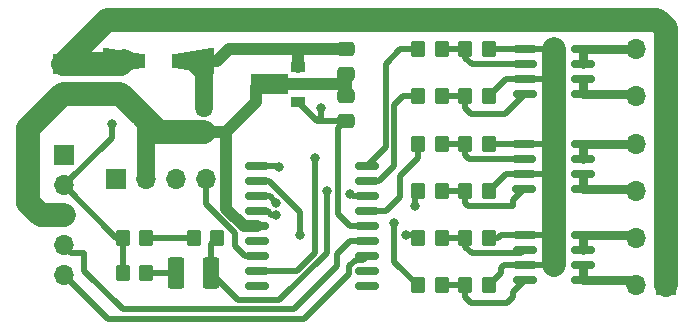
<source format=gbr>
%TF.GenerationSoftware,KiCad,Pcbnew,7.0.9*%
%TF.CreationDate,2023-12-22T17:01:32-08:00*%
%TF.ProjectId,Blinker5,426c696e-6b65-4723-952e-6b696361645f,n/c*%
%TF.SameCoordinates,Original*%
%TF.FileFunction,Copper,L1,Top*%
%TF.FilePolarity,Positive*%
%FSLAX46Y46*%
G04 Gerber Fmt 4.6, Leading zero omitted, Abs format (unit mm)*
G04 Created by KiCad (PCBNEW 7.0.9) date 2023-12-22 17:01:32*
%MOMM*%
%LPD*%
G01*
G04 APERTURE LIST*
G04 Aperture macros list*
%AMRoundRect*
0 Rectangle with rounded corners*
0 $1 Rounding radius*
0 $2 $3 $4 $5 $6 $7 $8 $9 X,Y pos of 4 corners*
0 Add a 4 corners polygon primitive as box body*
4,1,4,$2,$3,$4,$5,$6,$7,$8,$9,$2,$3,0*
0 Add four circle primitives for the rounded corners*
1,1,$1+$1,$2,$3*
1,1,$1+$1,$4,$5*
1,1,$1+$1,$6,$7*
1,1,$1+$1,$8,$9*
0 Add four rect primitives between the rounded corners*
20,1,$1+$1,$2,$3,$4,$5,0*
20,1,$1+$1,$4,$5,$6,$7,0*
20,1,$1+$1,$6,$7,$8,$9,0*
20,1,$1+$1,$8,$9,$2,$3,0*%
%AMOutline4P*
0 Free polygon, 4 corners , with rotation*
0 The origin of the aperture is its center*
0 number of corners: always 4*
0 $1 to $8 corner X, Y*
0 $9 Rotation angle, in degrees counterclockwise*
0 create outline with 4 corners*
4,1,4,$1,$2,$3,$4,$5,$6,$7,$8,$1,$2,$9*%
%AMFreePoly0*
4,1,9,3.862500,-0.866500,0.737500,-0.866500,0.737500,-0.450000,-0.737500,-0.450000,-0.737500,0.450000,0.737500,0.450000,0.737500,0.866500,3.862500,0.866500,3.862500,-0.866500,3.862500,-0.866500,$1*%
G04 Aperture macros list end*
%TA.AperFunction,SMDPad,CuDef*%
%ADD10R,1.300000X0.900000*%
%TD*%
%TA.AperFunction,SMDPad,CuDef*%
%ADD11FreePoly0,180.000000*%
%TD*%
%TA.AperFunction,SMDPad,CuDef*%
%ADD12RoundRect,0.150000X-0.875000X-0.150000X0.875000X-0.150000X0.875000X0.150000X-0.875000X0.150000X0*%
%TD*%
%TA.AperFunction,SMDPad,CuDef*%
%ADD13RoundRect,0.250000X-0.350000X-0.450000X0.350000X-0.450000X0.350000X0.450000X-0.350000X0.450000X0*%
%TD*%
%TA.AperFunction,SMDPad,CuDef*%
%ADD14RoundRect,0.150000X-0.825000X-0.150000X0.825000X-0.150000X0.825000X0.150000X-0.825000X0.150000X0*%
%TD*%
%TA.AperFunction,ComponentPad*%
%ADD15R,1.700000X1.700000*%
%TD*%
%TA.AperFunction,ComponentPad*%
%ADD16O,1.700000X1.700000*%
%TD*%
%TA.AperFunction,SMDPad,CuDef*%
%ADD17RoundRect,0.250001X0.462499X1.074999X-0.462499X1.074999X-0.462499X-1.074999X0.462499X-1.074999X0*%
%TD*%
%TA.AperFunction,SMDPad,CuDef*%
%ADD18Outline4P,-1.800000X-1.150000X1.800000X-0.550000X1.800000X0.550000X-1.800000X1.150000X180.000000*%
%TD*%
%TA.AperFunction,SMDPad,CuDef*%
%ADD19Outline4P,-1.800000X-1.150000X1.800000X-0.550000X1.800000X0.550000X-1.800000X1.150000X0.000000*%
%TD*%
%TA.AperFunction,SMDPad,CuDef*%
%ADD20RoundRect,0.250000X0.475000X-0.337500X0.475000X0.337500X-0.475000X0.337500X-0.475000X-0.337500X0*%
%TD*%
%TA.AperFunction,ComponentPad*%
%ADD21R,1.200000X1.200000*%
%TD*%
%TA.AperFunction,ComponentPad*%
%ADD22C,1.200000*%
%TD*%
%TA.AperFunction,SMDPad,CuDef*%
%ADD23RoundRect,0.250000X-0.475000X0.337500X-0.475000X-0.337500X0.475000X-0.337500X0.475000X0.337500X0*%
%TD*%
%TA.AperFunction,ViaPad*%
%ADD24C,0.800000*%
%TD*%
%TA.AperFunction,Conductor*%
%ADD25C,0.500000*%
%TD*%
%TA.AperFunction,Conductor*%
%ADD26C,2.000000*%
%TD*%
%TA.AperFunction,Conductor*%
%ADD27C,1.000000*%
%TD*%
%TA.AperFunction,Conductor*%
%ADD28C,1.500000*%
%TD*%
%TA.AperFunction,Conductor*%
%ADD29C,0.750000*%
%TD*%
G04 APERTURE END LIST*
D10*
%TO.P,U2,1,OUT*%
%TO.N,+5V*%
X128850000Y-66500000D03*
D11*
%TO.P,U2,2,GND*%
%TO.N,GND*%
X128762500Y-65000000D03*
D10*
%TO.P,U2,3,IN*%
%TO.N,Net-(D1-K)*%
X128850000Y-63500000D03*
%TD*%
D12*
%TO.P,U1,1,Vref/AN2/RA2*%
%TO.N,Net-(U1-Vref{slash}AN2{slash}RA2)*%
X125350000Y-71920000D03*
%TO.P,U1,2,CMP1/AN3/RA3*%
%TO.N,Net-(U1-CMP1{slash}AN3{slash}RA3)*%
X125350000Y-73190000D03*
%TO.P,U1,3,TOCKI/CMP2/RA4*%
%TO.N,Net-(U1-TOCKI{slash}CMP2{slash}RA4)*%
X125350000Y-74460000D03*
%TO.P,U1,4,~{MCLR}/Vpp/RA5*%
%TO.N,VPP*%
X125350000Y-75730000D03*
%TO.P,U1,5,VSS*%
%TO.N,GND*%
X125350000Y-77000000D03*
%TO.P,U1,6,RB0/INT*%
%TO.N,unconnected-(U1-RB0{slash}INT-Pad6)*%
X125350000Y-78270000D03*
%TO.P,U1,7,RB1/RX/DT*%
%TO.N,RX*%
X125350000Y-79540000D03*
%TO.P,U1,8,RB2/TX/CK*%
%TO.N,TX*%
X125350000Y-80810000D03*
%TO.P,U1,9,RB3/CCP1*%
%TO.N,unconnected-(U1-RB3{slash}CCP1-Pad9)*%
X125350000Y-82080000D03*
%TO.P,U1,10,RB4/PGM*%
%TO.N,unconnected-(U1-RB4{slash}PGM-Pad10)*%
X134650000Y-82080000D03*
%TO.P,U1,11,RB5*%
%TO.N,unconnected-(U1-RB5-Pad11)*%
X134650000Y-80810000D03*
%TO.P,U1,12,RB6/T1OSC0/T1CKI/PGC*%
%TO.N,PGC*%
X134650000Y-79540000D03*
%TO.P,U1,13,RB7/T1OSI/PGD*%
%TO.N,PGD*%
X134650000Y-78270000D03*
%TO.P,U1,14,VDD*%
%TO.N,+5V*%
X134650000Y-77000000D03*
%TO.P,U1,15,CLKOUT/OSC2/RA6*%
%TO.N,Net-(U1-CLKOUT{slash}OSC2{slash}RA6)*%
X134650000Y-75730000D03*
%TO.P,U1,16,CLKIN/OSC1/RA7*%
%TO.N,Net-(D2-K)*%
X134650000Y-74460000D03*
%TO.P,U1,17,AN0/RA0*%
%TO.N,Net-(U1-AN0{slash}RA0)*%
X134650000Y-73190000D03*
%TO.P,U1,18,AN1/RA1*%
%TO.N,Net-(U1-AN1{slash}RA1)*%
X134650000Y-71920000D03*
%TD*%
D13*
%TO.P,R15,1*%
%TO.N,+5V*%
X114000000Y-81000000D03*
%TO.P,R15,2*%
%TO.N,Net-(D2-A)*%
X116000000Y-81000000D03*
%TD*%
%TO.P,R14,1*%
%TO.N,+5V*%
X114000000Y-78000000D03*
%TO.P,R14,2*%
%TO.N,Net-(R1-Pad1)*%
X116000000Y-78000000D03*
%TD*%
%TO.P,R13,1*%
%TO.N,Net-(U1-TOCKI{slash}CMP2{slash}RA4)*%
X139000000Y-82000000D03*
%TO.P,R13,2*%
%TO.N,Net-(Q3B-G)*%
X141000000Y-82000000D03*
%TD*%
%TO.P,R12,1*%
%TO.N,Net-(U1-CMP1{slash}AN3{slash}RA3)*%
X139000000Y-78000000D03*
%TO.P,R12,2*%
%TO.N,Net-(Q3A-G)*%
X141000000Y-78000000D03*
%TD*%
%TO.P,R11,1*%
%TO.N,Net-(U1-Vref{slash}AN2{slash}RA2)*%
X139000000Y-74000000D03*
%TO.P,R11,2*%
%TO.N,Net-(Q2B-G)*%
X141000000Y-74000000D03*
%TD*%
%TO.P,R10,1*%
%TO.N,Net-(U1-CLKOUT{slash}OSC2{slash}RA6)*%
X139000000Y-70000000D03*
%TO.P,R10,2*%
%TO.N,Net-(Q2A-G)*%
X141000000Y-70000000D03*
%TD*%
%TO.P,R9,1*%
%TO.N,Net-(U1-AN0{slash}RA0)*%
X139000000Y-66000000D03*
%TO.P,R9,2*%
%TO.N,Net-(Q1B-G)*%
X141000000Y-66000000D03*
%TD*%
%TO.P,R8,1*%
%TO.N,Net-(U1-AN1{slash}RA1)*%
X139000000Y-62000000D03*
%TO.P,R8,2*%
%TO.N,Net-(Q1A-G)*%
X141000000Y-62000000D03*
%TD*%
%TO.P,R7,1*%
%TO.N,Net-(Q3B-G)*%
X143000000Y-82000000D03*
%TO.P,R7,2*%
%TO.N,GND*%
X145000000Y-82000000D03*
%TD*%
%TO.P,R6,1*%
%TO.N,Net-(Q3A-G)*%
X143000000Y-78000000D03*
%TO.P,R6,2*%
%TO.N,GND*%
X145000000Y-78000000D03*
%TD*%
%TO.P,R5,1*%
%TO.N,Net-(Q2B-G)*%
X143000000Y-74000000D03*
%TO.P,R5,2*%
%TO.N,GND*%
X145000000Y-74000000D03*
%TD*%
%TO.P,R4,1*%
%TO.N,Net-(Q2A-G)*%
X143000000Y-70000000D03*
%TO.P,R4,2*%
%TO.N,GND*%
X145000000Y-70000000D03*
%TD*%
%TO.P,R3,1*%
%TO.N,Net-(Q1B-G)*%
X143000000Y-66000000D03*
%TO.P,R3,2*%
%TO.N,GND*%
X145000000Y-66000000D03*
%TD*%
%TO.P,R2,1*%
%TO.N,Net-(Q1A-G)*%
X143000000Y-62000000D03*
%TO.P,R2,2*%
%TO.N,GND*%
X145000000Y-62000000D03*
%TD*%
%TO.P,R1,1*%
%TO.N,Net-(R1-Pad1)*%
X120000000Y-78000000D03*
%TO.P,R1,2*%
%TO.N,Net-(D2-K)*%
X122000000Y-78000000D03*
%TD*%
D14*
%TO.P,Q3,1,S*%
%TO.N,GND*%
X148050000Y-77730000D03*
%TO.P,Q3,2,G*%
%TO.N,Net-(Q3A-G)*%
X148050000Y-79000000D03*
%TO.P,Q3,3,1*%
%TO.N,GND*%
X148050000Y-80270000D03*
%TO.P,Q3,4,G*%
%TO.N,Net-(Q3B-G)*%
X148050000Y-81540000D03*
%TO.P,Q3,5,D*%
%TO.N,Net-(J7-Pin_2)*%
X153000000Y-81540000D03*
%TO.P,Q3,6,D*%
X153000000Y-80270000D03*
%TO.P,Q3,7,D*%
%TO.N,Net-(J6-Pin_2)*%
X153000000Y-79000000D03*
%TO.P,Q3,8,D*%
X153000000Y-77730000D03*
%TD*%
%TO.P,Q2,1,S*%
%TO.N,GND*%
X148000000Y-70000000D03*
%TO.P,Q2,2,G*%
%TO.N,Net-(Q2A-G)*%
X148000000Y-71270000D03*
%TO.P,Q2,3,1*%
%TO.N,GND*%
X148000000Y-72540000D03*
%TO.P,Q2,4,G*%
%TO.N,Net-(Q2B-G)*%
X148000000Y-73810000D03*
%TO.P,Q2,5,D*%
%TO.N,Net-(J5-Pin_2)*%
X152950000Y-73810000D03*
%TO.P,Q2,6,D*%
X152950000Y-72540000D03*
%TO.P,Q2,7,D*%
%TO.N,Net-(J4-Pin_2)*%
X152950000Y-71270000D03*
%TO.P,Q2,8,D*%
X152950000Y-70000000D03*
%TD*%
%TO.P,Q1,1,S*%
%TO.N,GND*%
X148050000Y-62000000D03*
%TO.P,Q1,2,G*%
%TO.N,Net-(Q1A-G)*%
X148050000Y-63270000D03*
%TO.P,Q1,3,1*%
%TO.N,GND*%
X148050000Y-64540000D03*
%TO.P,Q1,4,G*%
%TO.N,Net-(Q1B-G)*%
X148050000Y-65810000D03*
%TO.P,Q1,5,D*%
%TO.N,Net-(J3-Pin_2)*%
X153000000Y-65810000D03*
%TO.P,Q1,6,D*%
X153000000Y-64540000D03*
%TO.P,Q1,7,D*%
%TO.N,Net-(J2-Pin_2)*%
X153000000Y-63270000D03*
%TO.P,Q1,8,D*%
X153000000Y-62000000D03*
%TD*%
D15*
%TO.P,J9,1,Pin_1*%
%TO.N,+12V*%
X113380000Y-73000000D03*
D16*
%TO.P,J9,2,Pin_2*%
%TO.N,GND*%
X115920000Y-73000000D03*
%TO.P,J9,3,Pin_3*%
%TO.N,TX*%
X118460000Y-73000000D03*
%TO.P,J9,4,Pin_4*%
%TO.N,RX*%
X121000000Y-73000000D03*
%TD*%
D15*
%TO.P,J8,1,Pin_1*%
%TO.N,VPP*%
X109000000Y-71000000D03*
D16*
%TO.P,J8,2,Pin_2*%
%TO.N,+5V*%
X109000000Y-73540000D03*
%TO.P,J8,3,Pin_3*%
%TO.N,GND*%
X109000000Y-76080000D03*
%TO.P,J8,4,Pin_4*%
%TO.N,PGD*%
X109000000Y-78620000D03*
%TO.P,J8,5,Pin_5*%
%TO.N,PGC*%
X109000000Y-81160000D03*
%TD*%
D15*
%TO.P,J7,1,Pin_1*%
%TO.N,+12V*%
X160000000Y-82000000D03*
D16*
%TO.P,J7,2,Pin_2*%
%TO.N,Net-(J7-Pin_2)*%
X157460000Y-82000000D03*
%TD*%
D15*
%TO.P,J6,1,Pin_1*%
%TO.N,+12V*%
X160000000Y-78000000D03*
D16*
%TO.P,J6,2,Pin_2*%
%TO.N,Net-(J6-Pin_2)*%
X157460000Y-78000000D03*
%TD*%
D15*
%TO.P,J5,1,Pin_1*%
%TO.N,+12V*%
X160000000Y-74000000D03*
D16*
%TO.P,J5,2,Pin_2*%
%TO.N,Net-(J5-Pin_2)*%
X157460000Y-74000000D03*
%TD*%
D15*
%TO.P,J4,1,Pin_1*%
%TO.N,+12V*%
X160000000Y-70000000D03*
D16*
%TO.P,J4,2,Pin_2*%
%TO.N,Net-(J4-Pin_2)*%
X157460000Y-70000000D03*
%TD*%
D15*
%TO.P,J3,1,Pin_1*%
%TO.N,+12V*%
X160000000Y-66000000D03*
D16*
%TO.P,J3,2,Pin_2*%
%TO.N,Net-(J3-Pin_2)*%
X157460000Y-66000000D03*
%TD*%
%TO.P,J2,2,Pin_2*%
%TO.N,Net-(J2-Pin_2)*%
X157460000Y-62000000D03*
D15*
%TO.P,J2,1,Pin_1*%
%TO.N,+12V*%
X160000000Y-62000000D03*
%TD*%
%TO.P,J1,1,Pin_1*%
%TO.N,+12V*%
X108900000Y-63225000D03*
D16*
%TO.P,J1,2,Pin_2*%
%TO.N,GND*%
X108900000Y-65765000D03*
%TD*%
D17*
%TO.P,D2,1,K*%
%TO.N,Net-(D2-K)*%
X121487500Y-81000000D03*
%TO.P,D2,2,A*%
%TO.N,Net-(D2-A)*%
X118512500Y-81000000D03*
%TD*%
D18*
%TO.P,D1,1,K*%
%TO.N,Net-(D1-K)*%
X119900000Y-63000000D03*
D19*
%TO.P,D1,2,A*%
%TO.N,+12V*%
X114100000Y-63000000D03*
%TD*%
D20*
%TO.P,C3,1*%
%TO.N,+5V*%
X132900000Y-68075000D03*
%TO.P,C3,2*%
%TO.N,GND*%
X132900000Y-66000000D03*
%TD*%
D21*
%TO.P,C2,1*%
%TO.N,Net-(D1-K)*%
X120900000Y-67000000D03*
D22*
%TO.P,C2,2*%
%TO.N,GND*%
X120900000Y-69000000D03*
%TD*%
D23*
%TO.P,C1,1*%
%TO.N,Net-(D1-K)*%
X132900000Y-62000000D03*
%TO.P,C1,2*%
%TO.N,GND*%
X132900000Y-64075000D03*
%TD*%
D24*
%TO.N,GND*%
X150500000Y-68750000D03*
%TO.N,+5V*%
X113041618Y-68311719D03*
X130750000Y-67000000D03*
%TO.N,Net-(D2-K)*%
X133250000Y-74250000D03*
X131250000Y-74000000D03*
%TO.N,VPP*%
X127000063Y-76007657D03*
%TO.N,TX*%
X130250000Y-71250000D03*
%TO.N,Net-(U1-TOCKI{slash}CMP2{slash}RA4)*%
X137000000Y-76750000D03*
X126991812Y-75008188D03*
%TO.N,Net-(U1-CMP1{slash}AN3{slash}RA3)*%
X138000000Y-77750000D03*
X129000000Y-77750000D03*
%TO.N,Net-(U1-Vref{slash}AN2{slash}RA2)*%
X138750000Y-75250000D03*
X127250000Y-72000000D03*
%TD*%
D25*
%TO.N,+5V*%
X130750000Y-67000000D02*
X130750000Y-67750000D01*
X130750000Y-67750000D02*
X130425000Y-68075000D01*
D26*
%TO.N,GND*%
X150500000Y-70000000D02*
X150500000Y-68750000D01*
X150500000Y-68750000D02*
X150500000Y-64500000D01*
X150500000Y-80250000D02*
X150500000Y-77750000D01*
X150500000Y-77750000D02*
X150500000Y-72500000D01*
D25*
X148050000Y-77730000D02*
X150480000Y-77730000D01*
X150480000Y-77730000D02*
X150500000Y-77750000D01*
D26*
X150500000Y-72500000D02*
X150500000Y-70000000D01*
D25*
X150460000Y-72540000D02*
X150500000Y-72500000D01*
X148000000Y-72540000D02*
X150460000Y-72540000D01*
X148000000Y-70000000D02*
X150500000Y-70000000D01*
D26*
X150500000Y-64500000D02*
X150500000Y-62000000D01*
D25*
X148050000Y-64540000D02*
X150460000Y-64540000D01*
X150460000Y-64540000D02*
X150500000Y-64500000D01*
X148050000Y-80270000D02*
X150480000Y-80270000D01*
X150480000Y-80270000D02*
X150500000Y-80250000D01*
X150500000Y-62000000D02*
X148050000Y-62000000D01*
%TO.N,RX*%
X121000000Y-75093503D02*
X121000000Y-73000000D01*
X123500000Y-77593503D02*
X121000000Y-75093503D01*
X123500000Y-78714999D02*
X123500000Y-77593503D01*
X125350000Y-79540000D02*
X124325001Y-79540000D01*
X124325001Y-79540000D02*
X123500000Y-78714999D01*
D27*
%TO.N,GND*%
X124250000Y-77000000D02*
X125350000Y-77000000D01*
X122750000Y-69000000D02*
X122750000Y-75500000D01*
X122750000Y-75500000D02*
X124250000Y-77000000D01*
D25*
%TO.N,+5V*%
X113041618Y-69498382D02*
X113041618Y-68311719D01*
X109000000Y-73540000D02*
X113041618Y-69498382D01*
D26*
%TO.N,GND*%
X113765000Y-65765000D02*
X115625000Y-67625000D01*
X115625000Y-67625000D02*
X117000000Y-69000000D01*
D28*
X115920000Y-73000000D02*
X115920000Y-67920000D01*
X115920000Y-67920000D02*
X115625000Y-67625000D01*
D25*
%TO.N,PGD*%
X109000000Y-78620000D02*
X109630000Y-79250000D01*
X109630000Y-79250000D02*
X110750000Y-79250000D01*
X110750000Y-80750000D02*
X114000000Y-84000000D01*
X114000000Y-84000000D02*
X128500000Y-84000000D01*
X110750000Y-79250000D02*
X110750000Y-80750000D01*
X132125000Y-79375000D02*
X133230000Y-78270000D01*
X128500000Y-84000000D02*
X132125000Y-80375000D01*
X132125000Y-80375000D02*
X132125000Y-79375000D01*
X133230000Y-78270000D02*
X134650000Y-78270000D01*
D26*
%TO.N,+12V*%
X160000000Y-63750000D02*
X160000000Y-62000000D01*
X160000000Y-63750000D02*
X160000000Y-60250000D01*
X160000000Y-66000000D02*
X160000000Y-63750000D01*
X159250000Y-59500000D02*
X112625000Y-59500000D01*
X112625000Y-59500000D02*
X108900000Y-63225000D01*
X160000000Y-60250000D02*
X159250000Y-59500000D01*
X160000000Y-70000000D02*
X160000000Y-66000000D01*
X160000000Y-74000000D02*
X160000000Y-70000000D01*
X160000000Y-78000000D02*
X160000000Y-74000000D01*
X160000000Y-82000000D02*
X160000000Y-78000000D01*
D27*
%TO.N,GND*%
X128762500Y-65000000D02*
X125500000Y-65000000D01*
X125500000Y-65000000D02*
X125250000Y-65250000D01*
X125250000Y-65250000D02*
X125250000Y-66500000D01*
X125250000Y-66500000D02*
X122750000Y-69000000D01*
X122750000Y-69000000D02*
X120900000Y-69000000D01*
X132900000Y-66000000D02*
X132900000Y-65000000D01*
X132900000Y-65000000D02*
X132900000Y-64075000D01*
X128762500Y-65000000D02*
X132900000Y-65000000D01*
D25*
%TO.N,+5V*%
X132900000Y-68075000D02*
X130425000Y-68075000D01*
X130425000Y-68075000D02*
X128850000Y-66500000D01*
D27*
%TO.N,Net-(D1-K)*%
X129000000Y-62000000D02*
X123000000Y-62000000D01*
X123000000Y-62000000D02*
X122000000Y-63000000D01*
X122000000Y-63000000D02*
X119900000Y-63000000D01*
X132900000Y-62000000D02*
X129000000Y-62000000D01*
X129000000Y-62000000D02*
X128750000Y-62250000D01*
X128850000Y-62350000D02*
X128850000Y-63500000D01*
X128750000Y-62250000D02*
X128850000Y-62350000D01*
D28*
X120900000Y-67000000D02*
X120900000Y-64000000D01*
X120900000Y-64000000D02*
X119900000Y-63000000D01*
D26*
%TO.N,GND*%
X108900000Y-65765000D02*
X113765000Y-65765000D01*
X117000000Y-69000000D02*
X120900000Y-69000000D01*
%TO.N,+12V*%
X108900000Y-63225000D02*
X113875000Y-63225000D01*
X113875000Y-63225000D02*
X114100000Y-63000000D01*
%TO.N,GND*%
X109000000Y-76080000D02*
X107080000Y-76080000D01*
X107080000Y-76080000D02*
X106000000Y-75000000D01*
X106000000Y-75000000D02*
X106000000Y-68665000D01*
X106000000Y-68665000D02*
X108900000Y-65765000D01*
D25*
%TO.N,PGC*%
X109000000Y-81160000D02*
X112709975Y-84869975D01*
X112709975Y-84869975D02*
X129369975Y-84869975D01*
X133742316Y-79840000D02*
X134350000Y-79840000D01*
X129369975Y-84869975D02*
X133175000Y-81064950D01*
X134350000Y-79840000D02*
X134650000Y-79540000D01*
X133175000Y-81064950D02*
X133175000Y-80407316D01*
X133175000Y-80407316D02*
X133742316Y-79840000D01*
%TO.N,Net-(D2-K)*%
X131250000Y-79260050D02*
X127255025Y-83255025D01*
X123744975Y-83255025D02*
X123743750Y-83256250D01*
X123743750Y-83256250D02*
X121487500Y-81000000D01*
X127255025Y-83255025D02*
X123744975Y-83255025D01*
%TO.N,TX*%
X128710101Y-80810000D02*
X130250000Y-79270101D01*
%TO.N,Net-(D2-K)*%
X131250000Y-74000000D02*
X131250000Y-79260050D01*
%TO.N,TX*%
X130250000Y-79270101D02*
X130250000Y-71250000D01*
X125350000Y-80810000D02*
X128710101Y-80810000D01*
%TO.N,Net-(D2-K)*%
X133460000Y-74460000D02*
X133250000Y-74250000D01*
X134650000Y-74460000D02*
X133460000Y-74460000D01*
X121487500Y-81000000D02*
X121487500Y-78512500D01*
X121487500Y-78512500D02*
X122000000Y-78000000D01*
%TO.N,Net-(R1-Pad1)*%
X120000000Y-78000000D02*
X116000000Y-78000000D01*
%TO.N,Net-(D2-A)*%
X116000000Y-81000000D02*
X118512500Y-81000000D01*
%TO.N,+5V*%
X114000000Y-78000000D02*
X113460000Y-78000000D01*
X113460000Y-78000000D02*
X109000000Y-73540000D01*
X114000000Y-81000000D02*
X114000000Y-78000000D01*
%TO.N,VPP*%
X126250000Y-75750000D02*
X126507657Y-76007657D01*
X125350000Y-75730000D02*
X126230000Y-75730000D01*
X126230000Y-75730000D02*
X126250000Y-75750000D01*
X126507657Y-76007657D02*
X127000063Y-76007657D01*
%TO.N,Net-(U1-TOCKI{slash}CMP2{slash}RA4)*%
X137000000Y-76750000D02*
X137000000Y-80000000D01*
X125350000Y-74460000D02*
X126443624Y-74460000D01*
X126443624Y-74460000D02*
X126991812Y-75008188D01*
X137000000Y-80000000D02*
X139000000Y-82000000D01*
%TO.N,Net-(U1-CMP1{slash}AN3{slash}RA3)*%
X125350000Y-73190000D02*
X126374999Y-73190000D01*
X126374999Y-73190000D02*
X129000000Y-75815001D01*
X138000000Y-77750000D02*
X138750000Y-77750000D01*
X138750000Y-77750000D02*
X139000000Y-78000000D01*
X129000000Y-75815001D02*
X129000000Y-77750000D01*
%TO.N,Net-(U1-Vref{slash}AN2{slash}RA2)*%
X125350000Y-71920000D02*
X127170000Y-71920000D01*
X127170000Y-71920000D02*
X127250000Y-72000000D01*
X138750000Y-75250000D02*
X138750000Y-74250000D01*
X138750000Y-74250000D02*
X139000000Y-74000000D01*
%TO.N,+5V*%
X134650000Y-77000000D02*
X133250000Y-77000000D01*
X133250000Y-77000000D02*
X132250000Y-76000000D01*
X132250000Y-76000000D02*
X132250000Y-68725000D01*
X132250000Y-68725000D02*
X132900000Y-68075000D01*
%TO.N,Net-(U1-CLKOUT{slash}OSC2{slash}RA6)*%
X134650000Y-75730000D02*
X136270000Y-75730000D01*
X136270000Y-75730000D02*
X137500000Y-74500000D01*
X137500000Y-74500000D02*
X137500000Y-72750000D01*
X139000000Y-71250000D02*
X139000000Y-70000000D01*
X137500000Y-72750000D02*
X139000000Y-71250000D01*
%TO.N,Net-(U1-AN0{slash}RA0)*%
X134650000Y-73190000D02*
X135674999Y-73190000D01*
X135674999Y-73190000D02*
X137000000Y-71864999D01*
X137000000Y-71864999D02*
X137000000Y-66750000D01*
X137000000Y-66750000D02*
X137750000Y-66000000D01*
X137750000Y-66000000D02*
X139000000Y-66000000D01*
%TO.N,Net-(U1-AN1{slash}RA1)*%
X136250000Y-70320000D02*
X136250000Y-63250000D01*
X136250000Y-63250000D02*
X137500000Y-62000000D01*
X137500000Y-62000000D02*
X139000000Y-62000000D01*
X134650000Y-71920000D02*
X136250000Y-70320000D01*
%TO.N,Net-(Q3B-G)*%
X143000000Y-82000000D02*
X141000000Y-82000000D01*
%TO.N,Net-(Q3A-G)*%
X143000000Y-78000000D02*
X141000000Y-78000000D01*
%TO.N,Net-(Q2B-G)*%
X143000000Y-74000000D02*
X141000000Y-74000000D01*
%TO.N,Net-(Q2A-G)*%
X143000000Y-70000000D02*
X141000000Y-70000000D01*
%TO.N,Net-(Q1B-G)*%
X143000000Y-66000000D02*
X141000000Y-66000000D01*
%TO.N,Net-(Q1A-G)*%
X143000000Y-62000000D02*
X141000000Y-62000000D01*
%TO.N,Net-(Q3B-G)*%
X146500000Y-83500000D02*
X143500000Y-83500000D01*
X143000000Y-83000000D02*
X143000000Y-82000000D01*
X148050000Y-81540000D02*
X147000000Y-82590000D01*
X147000000Y-82590000D02*
X147000000Y-83000000D01*
X147000000Y-83000000D02*
X146500000Y-83500000D01*
X143500000Y-83500000D02*
X143000000Y-83000000D01*
%TO.N,Net-(Q3A-G)*%
X148050000Y-79000000D02*
X147750000Y-79300000D01*
X143550000Y-79300000D02*
X143000000Y-78750000D01*
X143000000Y-78750000D02*
X143000000Y-78000000D01*
X147750000Y-79300000D02*
X143550000Y-79300000D01*
%TO.N,Net-(Q2B-G)*%
X147000000Y-75250000D02*
X143250000Y-75250000D01*
X143250000Y-75250000D02*
X143000000Y-75000000D01*
X143000000Y-75000000D02*
X143000000Y-74000000D01*
X148000000Y-73810000D02*
X147000000Y-74810000D01*
X147000000Y-74810000D02*
X147000000Y-75250000D01*
%TO.N,Net-(Q2A-G)*%
X143270000Y-71270000D02*
X143000000Y-71000000D01*
X148000000Y-71270000D02*
X143270000Y-71270000D01*
X143000000Y-71000000D02*
X143000000Y-70000000D01*
%TO.N,Net-(Q1B-G)*%
X148050000Y-65810000D02*
X146360000Y-67500000D01*
X146360000Y-67500000D02*
X143500000Y-67500000D01*
X143500000Y-67500000D02*
X143000000Y-67000000D01*
X143000000Y-67000000D02*
X143000000Y-66000000D01*
%TO.N,Net-(Q1A-G)*%
X148050000Y-63270000D02*
X143520000Y-63270000D01*
X143520000Y-63270000D02*
X143000000Y-62750000D01*
X143000000Y-62750000D02*
X143000000Y-62000000D01*
%TO.N,GND*%
X146000000Y-81000000D02*
X146000000Y-80500000D01*
X145000000Y-82000000D02*
X146000000Y-81000000D01*
X146000000Y-80500000D02*
X146230000Y-80270000D01*
X146230000Y-80270000D02*
X148050000Y-80270000D01*
X145000000Y-78000000D02*
X145750000Y-78000000D01*
X145750000Y-78000000D02*
X146020000Y-77730000D01*
X146020000Y-77730000D02*
X148050000Y-77730000D01*
X145000000Y-74000000D02*
X146460000Y-72540000D01*
X146460000Y-72540000D02*
X148000000Y-72540000D01*
X145000000Y-70000000D02*
X148000000Y-70000000D01*
X145000000Y-66000000D02*
X146460000Y-64540000D01*
X146460000Y-64540000D02*
X148050000Y-64540000D01*
X145000000Y-62000000D02*
X148050000Y-62000000D01*
D29*
%TO.N,Net-(J7-Pin_2)*%
X153000000Y-81540000D02*
X157000000Y-81540000D01*
X157000000Y-81540000D02*
X157460000Y-82000000D01*
X153000000Y-80270000D02*
X153000000Y-81540000D01*
%TO.N,Net-(J6-Pin_2)*%
X153000000Y-79000000D02*
X153000000Y-77730000D01*
X153000000Y-77730000D02*
X157190000Y-77730000D01*
X157190000Y-77730000D02*
X157460000Y-78000000D01*
%TO.N,Net-(J5-Pin_2)*%
X152950000Y-73810000D02*
X157270000Y-73810000D01*
X157270000Y-73810000D02*
X157460000Y-74000000D01*
X152950000Y-72540000D02*
X152950000Y-73810000D01*
%TO.N,Net-(J4-Pin_2)*%
X152950000Y-71270000D02*
X152950000Y-70000000D01*
X152950000Y-70000000D02*
X157460000Y-70000000D01*
%TO.N,Net-(J3-Pin_2)*%
X153000000Y-65810000D02*
X157270000Y-65810000D01*
X157270000Y-65810000D02*
X157460000Y-66000000D01*
X153000000Y-64540000D02*
X153000000Y-65810000D01*
%TO.N,Net-(J2-Pin_2)*%
X153000000Y-63270000D02*
X153000000Y-62000000D01*
X153000000Y-62000000D02*
X157460000Y-62000000D01*
%TD*%
M02*

</source>
